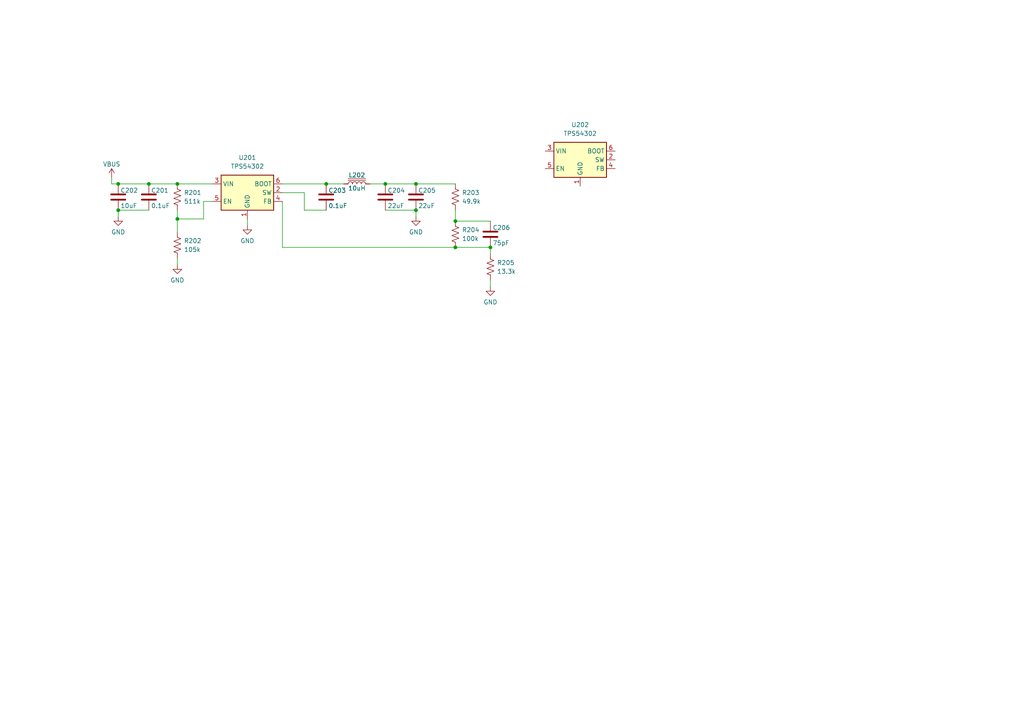
<source format=kicad_sch>
(kicad_sch (version 20230121) (generator eeschema)
  (paper "A4")
  (lib_symbols
    (symbol "Device:C" (pin_numbers hide) (pin_names (offset 0.254))
      (property "Reference" "C" (at 0.635 2.54 0))
      (property "Value" "C" (at 0.635 -2.54 0))
      (symbol "C_0_1"
        (polyline (pts (xy -2.032 -0.762) (xy 2.032 -0.762)) (stroke (width 0.508)))
        (polyline (pts (xy -2.032 0.762) (xy 2.032 0.762)) (stroke (width 0.508)))
      )
      (symbol "C_1_1"
        (pin passive line (at 0 3.81 270) (length 2.794) (name "~") (number "1"))
        (pin passive line (at 0 -3.81 90) (length 2.794) (name "~") (number "2"))
      )
    )
    (symbol "Device:L_Iron" (pin_numbers hide) (pin_names (offset 1.016) hide)
      (property "Reference" "L" (at -1.27 0 90))
      (property "Value" "L_Iron" (at 2.794 0 90))
      (symbol "L_Iron_0_1"
        (arc (start 0 -2.54) (mid 0.6323 -1.905) (end 0 -1.27))
        (arc (start 0 -1.27) (mid 0.6323 -0.635) (end 0 0))
        (polyline (pts (xy 1.016 2.54) (xy 1.016 -2.54)))
        (polyline (pts (xy 1.524 -2.54) (xy 1.524 2.54)))
        (arc (start 0 0) (mid 0.6323 0.635) (end 0 1.27))
        (arc (start 0 1.27) (mid 0.6323 1.905) (end 0 2.54))
      )
      (symbol "L_Iron_1_1"
        (pin passive line (at 0 3.81 270) (length 1.27) (name "1") (number "1"))
        (pin passive line (at 0 -3.81 90) (length 1.27) (name "2") (number "2"))
      )
    )
    (symbol "Device:R_US" (pin_numbers hide) (pin_names (offset 0))
      (property "Reference" "R" (at 2.54 0 90))
      (property "Value" "R_US" (at -2.54 0 90))
      (symbol "R_US_0_1"
        (polyline (pts (xy 0 -2.286) (xy 0 -2.54)))
        (polyline (pts (xy 0 2.286) (xy 0 2.54)))
        (polyline (pts (xy 0 -0.762) (xy 1.016 -1.143) (xy 0 -1.524) (xy -1.016 -1.905) (xy 0 -2.286)))
        (polyline (pts (xy 0 0.762) (xy 1.016 0.381) (xy 0 0) (xy -1.016 -0.381) (xy 0 -0.762)))
        (polyline (pts (xy 0 2.286) (xy 1.016 1.905) (xy 0 1.524) (xy -1.016 1.143) (xy 0 0.762)))
      )
      (symbol "R_US_1_1"
        (pin passive line (at 0 3.81 270) (length 1.27) (name "~") (number "1"))
        (pin passive line (at 0 -3.81 90) (length 1.27) (name "~") (number "2"))
      )
    )
    (symbol "Regulator_Switching:TPS54302"
      (property "Reference" "U" (at -7.62 6.35 0))
      (property "Value" "TPS54302" (at 0 6.35 0))
      (symbol "TPS54302_0_1"
        (rectangle (start -7.62 5.08) (end 7.62 -5.08) (stroke (width 0.254)) (fill (type background)))
      )
      (symbol "TPS54302_1_1"
        (pin power_in line (at 0 -7.62 90) (length 2.54) (name "GND") (number "1"))
        (pin power_out line (at 10.16 0 180) (length 2.54) (name "SW") (number "2"))
        (pin power_in line (at -10.16 2.54 0) (length 2.54) (name "VIN") (number "3"))
        (pin input line (at 10.16 -2.54 180) (length 2.54) (name "FB") (number "4"))
        (pin input line (at -10.16 -2.54 0) (length 2.54) (name "EN") (number "5"))
        (pin passive line (at 10.16 2.54 180) (length 2.54) (name "BOOT") (number "6"))
      )
    )
    (symbol "power:GND" (power) (pin_names (offset 0))
      (property "Value" "GND" (at 0 -3.81 0))
      (symbol "GND_0_1"
        (polyline (pts (xy 0 0) (xy 0 -1.27) (xy 1.27 -1.27) (xy 0 -2.54) (xy -1.27 -1.27) (xy 0 -1.27)))
      )
      (symbol "GND_1_1"
        (pin power_in line (at 0 0 270) (length 0) hide (name "GND") (number "1"))
      )
    )
    (symbol "power:VBUS" (power) (pin_names (offset 0))
      (property "Value" "VBUS" (at 0 3.81 0))
      (symbol "VBUS_0_1"
        (polyline (pts (xy -0.762 1.27) (xy 0 2.54)))
        (polyline (pts (xy 0 0) (xy 0 2.54)))
        (polyline (pts (xy 0 2.54) (xy 0.762 1.27)))
      )
      (symbol "VBUS_1_1"
        (pin power_in line (at 0 0 90) (length 0) hide (name "VBUS") (number "1"))
      )
    )
  )
  (junction (at 120.65 53.34))
  (junction (at 51.435 63.5))
  (junction (at 120.65 60.96))
  (junction (at 132.08 71.755))
  (junction (at 34.29 53.34))
  (junction (at 111.76 53.34))
  (junction (at 132.08 64.135))
  (junction (at 94.615 53.34))
  (junction (at 51.435 53.34))
  (junction (at 43.18 53.34))
  (junction (at 142.24 71.755))
  (junction (at 34.29 60.96))
  (wire (pts (xy 81.915 71.755) (xy 132.08 71.755)))
  (wire (pts (xy 32.385 51.435) (xy 32.385 53.34)))
  (wire (pts (xy 51.435 76.835) (xy 51.435 74.93)))
  (wire (pts (xy 51.435 63.5) (xy 51.435 67.31)))
  (wire (pts (xy 34.29 53.34) (xy 43.18 53.34)))
  (wire (pts (xy 142.24 71.755) (xy 142.24 73.66)))
  (wire (pts (xy 34.29 62.865) (xy 34.29 60.96)))
  (wire (pts (xy 43.18 53.34) (xy 51.435 53.34)))
  (wire (pts (xy 120.65 53.34) (xy 132.08 53.34)))
  (wire (pts (xy 142.24 64.135) (xy 132.08 64.135)))
  (wire (pts (xy 59.055 63.5) (xy 51.435 63.5)))
  (wire (pts (xy 32.385 53.34) (xy 34.29 53.34)))
  (wire (pts (xy 51.435 53.34) (xy 61.595 53.34)))
  (wire (pts (xy 61.595 58.42) (xy 59.055 58.42)))
  (wire (pts (xy 34.29 60.96) (xy 43.18 60.96)))
  (wire (pts (xy 142.24 83.185) (xy 142.24 81.28)))
  (wire (pts (xy 71.755 65.405) (xy 71.755 63.5)))
  (wire (pts (xy 94.615 53.34) (xy 99.695 53.34)))
  (wire (pts (xy 132.08 71.755) (xy 142.24 71.755)))
  (wire (pts (xy 88.265 60.96) (xy 94.615 60.96)))
  (wire (pts (xy 59.055 58.42) (xy 59.055 63.5)))
  (wire (pts (xy 111.76 60.96) (xy 120.65 60.96)))
  (wire (pts (xy 88.265 55.88) (xy 88.265 60.96)))
  (wire (pts (xy 51.435 60.96) (xy 51.435 63.5)))
  (wire (pts (xy 107.315 53.34) (xy 111.76 53.34)))
  (wire (pts (xy 81.915 53.34) (xy 94.615 53.34)))
  (wire (pts (xy 81.915 58.42) (xy 81.915 71.755)))
  (wire (pts (xy 132.08 64.135) (xy 132.08 60.96)))
  (wire (pts (xy 120.65 62.865) (xy 120.65 60.96)))
  (wire (pts (xy 111.76 53.34) (xy 120.65 53.34)))
  (wire (pts (xy 81.915 55.88) (xy 88.265 55.88)))
  (symbol (lib_id "Device:R_US") (at 132.08 57.15 0) (unit 1)
    (property "Reference" "R203" (at 133.985 55.88 0) (effects (justify left)))
    (property "Value" "49.9k" (at 133.985 58.42 0) (effects (justify left)))
    (property "Footprint" "Resistor_SMD:R_0603_1608Metric" (effects hide))
  )
  (symbol (lib_id "power:GND") (at 71.755 65.405 0) (unit 1)
    (property "Reference" "#PWR0201" (effects hide))
    (property "Value" "GND" (at 71.755 69.85 0))
  )
  (symbol (lib_id "Device:R_US") (at 51.435 57.15 0) (unit 1)
    (property "Reference" "R201" (at 53.34 55.88 0) (effects (justify left)))
    (property "Value" "511k" (at 53.34 58.42 0) (effects (justify left)))
    (property "Footprint" "Resistor_SMD:R_0603_1608Metric" (effects hide))
  )
  (symbol (lib_id "Device:C") (at 120.65 57.15 0) (unit 1)
    (property "Reference" "C205" (at 121.285 55.245 0) (effects (justify left)))
    (property "Value" "22uF" (at 121.285 59.69 0) (effects (justify left)))
    (property "Footprint" "Capacitor_SMD:C_0603_1608Metric" (effects hide))
  )
  (symbol (lib_id "power:GND") (at 34.29 62.865 0) (unit 1)
    (property "Reference" "#PWR0203" (effects hide))
    (property "Value" "GND" (at 34.29 67.31 0))
  )
  (symbol (lib_id "power:GND") (at 142.24 83.185 0) (unit 1)
    (property "Reference" "#PWR0206" (effects hide))
    (property "Value" "GND" (at 142.24 87.63 0))
  )
  (symbol (lib_id "Device:C") (at 111.76 57.15 0) (unit 1)
    (property "Reference" "C204" (at 112.395 55.245 0) (effects (justify left)))
    (property "Value" "22uF" (at 112.395 59.69 0) (effects (justify left)))
    (property "Footprint" "Capacitor_SMD:C_0603_1608Metric" (effects hide))
  )
  (symbol (lib_id "Regulator_Switching:TPS54302") (at 168.275 46.355 0) (unit 1)
    (property "Reference" "U202" (at 168.275 36.195 0))
    (property "Value" "TPS54302" (at 168.275 38.735 0))
    (property "Footprint" "Package_TO_SOT_SMD:SOT-23-6" (effects hide))
    (property "Datasheet" "http://www.ti.com/lit/ds/symlink/tps54302.pdf" (effects hide))
  )
  (symbol (lib_id "Device:R_US") (at 132.08 67.945 0) (unit 1)
    (property "Reference" "R204" (at 133.985 66.675 0) (effects (justify left)))
    (property "Value" "100k" (at 133.985 69.215 0) (effects (justify left)))
    (property "Footprint" "Resistor_SMD:R_0603_1608Metric" (effects hide))
  )
  (symbol (lib_id "Device:C") (at 34.29 57.15 0) (unit 1)
    (property "Reference" "C202" (at 34.925 55.245 0) (effects (justify left)))
    (property "Value" "10uF" (at 34.925 59.69 0) (effects (justify left)))
    (property "Footprint" "Capacitor_SMD:C_0603_1608Metric" (effects hide))
  )
  (symbol (lib_id "power:VBUS") (at 32.385 51.435 0) (unit 1)
    (property "Reference" "#PWR0204" (effects hide))
    (property "Value" "VBUS" (at 32.385 47.625 0))
  )
  (symbol (lib_id "Regulator_Switching:TPS54302") (at 71.755 55.88 0) (unit 1)
    (property "Reference" "U201" (at 71.755 45.72 0))
    (property "Value" "TPS54302" (at 71.755 48.26 0))
    (property "Footprint" "Package_TO_SOT_SMD:SOT-23-6" (effects hide))
    (property "Datasheet" "http://www.ti.com/lit/ds/symlink/tps54302.pdf" (effects hide))
  )
  (symbol (lib_id "Device:R_US") (at 142.24 77.47 0) (unit 1)
    (property "Reference" "R205" (at 144.145 76.2 0) (effects (justify left)))
    (property "Value" "13.3k" (at 144.145 78.74 0) (effects (justify left)))
    (property "Footprint" "Resistor_SMD:R_0603_1608Metric" (effects hide))
  )
  (symbol (lib_id "Device:L_Iron") (at 103.505 53.34 90) (unit 1)
    (property "Reference" "L202" (at 103.505 50.8 90))
    (property "Value" "10uH" (at 103.505 54.61 90))
  )
  (symbol (lib_id "power:GND") (at 51.435 76.835 0) (unit 1)
    (property "Reference" "#PWR0202" (effects hide))
    (property "Value" "GND" (at 51.435 81.28 0))
  )
  (symbol (lib_id "Device:C") (at 94.615 57.15 0) (unit 1)
    (property "Reference" "C203" (at 95.25 55.245 0) (effects (justify left)))
    (property "Value" "0.1uF" (at 95.25 59.69 0) (effects (justify left)))
    (property "Footprint" "Capacitor_SMD:C_0603_1608Metric" (effects hide))
  )
  (symbol (lib_id "Device:C") (at 43.18 57.15 0) (unit 1)
    (property "Reference" "C201" (at 43.815 55.245 0) (effects (justify left)))
    (property "Value" "0.1uF" (at 43.815 59.69 0) (effects (justify left)))
    (property "Footprint" "Capacitor_SMD:C_0603_1608Metric" (effects hide))
  )
  (symbol (lib_id "Device:R_US") (at 51.435 71.12 0) (unit 1)
    (property "Reference" "R202" (at 53.34 69.85 0) (effects (justify left)))
    (property "Value" "105k" (at 53.34 72.39 0) (effects (justify left)))
    (property "Footprint" "Resistor_SMD:R_0603_1608Metric" (effects hide))
  )
  (symbol (lib_id "Device:C") (at 142.24 67.945 0) (unit 1)
    (property "Reference" "C206" (at 142.875 66.04 0) (effects (justify left)))
    (property "Value" "75pF" (at 142.875 70.485 0) (effects (justify left)))
    (property "Footprint" "Capacitor_SMD:C_0603_1608Metric" (effects hide))
  )
  (symbol (lib_id "power:GND") (at 120.65 62.865 0) (unit 1)
    (property "Reference" "#PWR0205" (effects hide))
    (property "Value" "GND" (at 120.65 67.31 0))
  )
)
</source>
